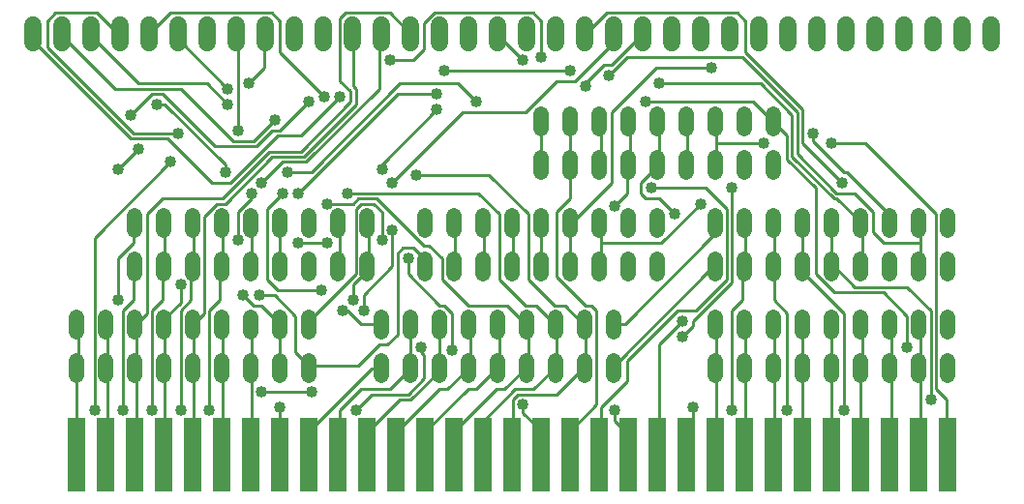
<source format=gtl>
G75*
%MOIN*%
%OFA0B0*%
%FSLAX24Y24*%
%IPPOS*%
%LPD*%
%AMOC8*
5,1,8,0,0,1.08239X$1,22.5*
%
%ADD10R,0.0600X0.2550*%
%ADD11C,0.0520*%
%ADD12C,0.0600*%
%ADD13C,0.0100*%
%ADD14C,0.0400*%
D10*
X002180Y001940D03*
X003180Y001940D03*
X004180Y001940D03*
X005180Y001940D03*
X006180Y001940D03*
X007180Y001940D03*
X008180Y001940D03*
X009180Y001940D03*
X010180Y001940D03*
X011180Y001940D03*
X012180Y001940D03*
X013180Y001940D03*
X014180Y001940D03*
X015180Y001940D03*
X016180Y001940D03*
X017180Y001940D03*
X018180Y001940D03*
X019180Y001940D03*
X020180Y001940D03*
X021180Y001940D03*
X022180Y001940D03*
X023180Y001940D03*
X024180Y001940D03*
X025180Y001940D03*
X026180Y001940D03*
X027180Y001940D03*
X028180Y001940D03*
X029180Y001940D03*
X030180Y001940D03*
X031180Y001940D03*
X032180Y001940D03*
D11*
X032180Y004680D02*
X032180Y005200D01*
X031180Y005200D02*
X031180Y004680D01*
X030180Y004680D02*
X030180Y005200D01*
X029180Y005200D02*
X029180Y004680D01*
X028180Y004680D02*
X028180Y005200D01*
X027180Y005200D02*
X027180Y004680D01*
X026180Y004680D02*
X026180Y005200D01*
X025180Y005200D02*
X025180Y004680D01*
X024180Y004680D02*
X024180Y005200D01*
X024180Y006180D02*
X024180Y006700D01*
X025180Y006700D02*
X025180Y006180D01*
X026180Y006180D02*
X026180Y006700D01*
X027180Y006700D02*
X027180Y006180D01*
X028180Y006180D02*
X028180Y006700D01*
X029180Y006700D02*
X029180Y006180D01*
X030180Y006180D02*
X030180Y006700D01*
X031180Y006700D02*
X031180Y006180D01*
X032180Y006180D02*
X032180Y006700D01*
X032180Y008180D02*
X032180Y008700D01*
X031180Y008700D02*
X031180Y008180D01*
X030180Y008180D02*
X030180Y008700D01*
X029180Y008700D02*
X029180Y008180D01*
X028180Y008180D02*
X028180Y008700D01*
X027180Y008700D02*
X027180Y008180D01*
X026180Y008180D02*
X026180Y008700D01*
X025180Y008700D02*
X025180Y008180D01*
X024180Y008180D02*
X024180Y008700D01*
X024180Y009680D02*
X024180Y010200D01*
X025180Y010200D02*
X025180Y009680D01*
X026180Y009680D02*
X026180Y010200D01*
X027180Y010200D02*
X027180Y009680D01*
X028180Y009680D02*
X028180Y010200D01*
X029180Y010200D02*
X029180Y009680D01*
X030180Y009680D02*
X030180Y010200D01*
X031180Y010200D02*
X031180Y009680D01*
X032180Y009680D02*
X032180Y010200D01*
X026180Y011680D02*
X026180Y012200D01*
X025180Y012200D02*
X025180Y011680D01*
X024180Y011680D02*
X024180Y012200D01*
X023180Y012200D02*
X023180Y011680D01*
X022180Y011680D02*
X022180Y012200D01*
X021180Y012200D02*
X021180Y011680D01*
X020180Y011680D02*
X020180Y012200D01*
X019180Y012200D02*
X019180Y011680D01*
X018180Y011680D02*
X018180Y012200D01*
X018180Y013180D02*
X018180Y013700D01*
X019180Y013700D02*
X019180Y013180D01*
X020180Y013180D02*
X020180Y013700D01*
X021180Y013700D02*
X021180Y013180D01*
X022180Y013180D02*
X022180Y013700D01*
X023180Y013700D02*
X023180Y013180D01*
X024180Y013180D02*
X024180Y013700D01*
X025180Y013700D02*
X025180Y013180D01*
X026180Y013180D02*
X026180Y013700D01*
X022180Y010200D02*
X022180Y009680D01*
X021180Y009680D02*
X021180Y010200D01*
X020180Y010200D02*
X020180Y009680D01*
X019180Y009680D02*
X019180Y010200D01*
X018180Y010200D02*
X018180Y009680D01*
X017180Y009680D02*
X017180Y010200D01*
X016180Y010200D02*
X016180Y009680D01*
X015180Y009680D02*
X015180Y010200D01*
X014180Y010200D02*
X014180Y009680D01*
X014180Y008700D02*
X014180Y008180D01*
X015180Y008180D02*
X015180Y008700D01*
X016180Y008700D02*
X016180Y008180D01*
X017180Y008180D02*
X017180Y008700D01*
X018180Y008700D02*
X018180Y008180D01*
X019180Y008180D02*
X019180Y008700D01*
X020180Y008700D02*
X020180Y008180D01*
X021180Y008180D02*
X021180Y008700D01*
X022180Y008700D02*
X022180Y008180D01*
X020680Y006700D02*
X020680Y006180D01*
X019680Y006180D02*
X019680Y006700D01*
X018680Y006700D02*
X018680Y006180D01*
X017680Y006180D02*
X017680Y006700D01*
X016680Y006700D02*
X016680Y006180D01*
X015680Y006180D02*
X015680Y006700D01*
X014680Y006700D02*
X014680Y006180D01*
X013680Y006180D02*
X013680Y006700D01*
X012680Y006700D02*
X012680Y006180D01*
X012680Y005200D02*
X012680Y004680D01*
X013680Y004680D02*
X013680Y005200D01*
X014680Y005200D02*
X014680Y004680D01*
X015680Y004680D02*
X015680Y005200D01*
X016680Y005200D02*
X016680Y004680D01*
X017680Y004680D02*
X017680Y005200D01*
X018680Y005200D02*
X018680Y004680D01*
X019680Y004680D02*
X019680Y005200D01*
X020680Y005200D02*
X020680Y004680D01*
X012180Y008180D02*
X012180Y008700D01*
X011180Y008700D02*
X011180Y008180D01*
X010180Y008180D02*
X010180Y008700D01*
X009180Y008700D02*
X009180Y008180D01*
X008180Y008180D02*
X008180Y008700D01*
X007180Y008700D02*
X007180Y008180D01*
X006180Y008180D02*
X006180Y008700D01*
X005180Y008700D02*
X005180Y008180D01*
X004180Y008180D02*
X004180Y008700D01*
X004180Y009680D02*
X004180Y010200D01*
X005180Y010200D02*
X005180Y009680D01*
X006180Y009680D02*
X006180Y010200D01*
X007180Y010200D02*
X007180Y009680D01*
X008180Y009680D02*
X008180Y010200D01*
X009180Y010200D02*
X009180Y009680D01*
X010180Y009680D02*
X010180Y010200D01*
X011180Y010200D02*
X011180Y009680D01*
X012180Y009680D02*
X012180Y010200D01*
X010180Y006700D02*
X010180Y006180D01*
X009180Y006180D02*
X009180Y006700D01*
X008180Y006700D02*
X008180Y006180D01*
X007180Y006180D02*
X007180Y006700D01*
X006180Y006700D02*
X006180Y006180D01*
X005180Y006180D02*
X005180Y006700D01*
X004180Y006700D02*
X004180Y006180D01*
X003180Y006180D02*
X003180Y006700D01*
X002180Y006700D02*
X002180Y006180D01*
X002180Y005200D02*
X002180Y004680D01*
X003180Y004680D02*
X003180Y005200D01*
X004180Y005200D02*
X004180Y004680D01*
X005180Y004680D02*
X005180Y005200D01*
X006180Y005200D02*
X006180Y004680D01*
X007180Y004680D02*
X007180Y005200D01*
X008180Y005200D02*
X008180Y004680D01*
X009180Y004680D02*
X009180Y005200D01*
X010180Y005200D02*
X010180Y004680D01*
D12*
X009680Y016140D02*
X009680Y016740D01*
X008680Y016740D02*
X008680Y016140D01*
X007680Y016140D02*
X007680Y016740D01*
X006680Y016740D02*
X006680Y016140D01*
X005680Y016140D02*
X005680Y016740D01*
X004680Y016740D02*
X004680Y016140D01*
X003680Y016140D02*
X003680Y016740D01*
X002680Y016740D02*
X002680Y016140D01*
X001680Y016140D02*
X001680Y016740D01*
X000680Y016740D02*
X000680Y016140D01*
X010680Y016140D02*
X010680Y016740D01*
X011680Y016740D02*
X011680Y016140D01*
X012680Y016140D02*
X012680Y016740D01*
X013680Y016740D02*
X013680Y016140D01*
X014680Y016140D02*
X014680Y016740D01*
X015680Y016740D02*
X015680Y016140D01*
X016680Y016140D02*
X016680Y016740D01*
X017680Y016740D02*
X017680Y016140D01*
X018680Y016140D02*
X018680Y016740D01*
X019680Y016740D02*
X019680Y016140D01*
X020680Y016140D02*
X020680Y016740D01*
X021680Y016740D02*
X021680Y016140D01*
X022680Y016140D02*
X022680Y016740D01*
X023680Y016740D02*
X023680Y016140D01*
X024680Y016140D02*
X024680Y016740D01*
X025680Y016740D02*
X025680Y016140D01*
X026680Y016140D02*
X026680Y016740D01*
X027680Y016740D02*
X027680Y016140D01*
X028680Y016140D02*
X028680Y016740D01*
X029680Y016740D02*
X029680Y016140D01*
X030680Y016140D02*
X030680Y016740D01*
X031680Y016740D02*
X031680Y016140D01*
X032680Y016140D02*
X032680Y016740D01*
X033680Y016740D02*
X033680Y016140D01*
D13*
X002180Y001940D02*
X002160Y001960D01*
X002160Y004930D01*
X002180Y004940D01*
X002250Y005020D01*
X002250Y006370D01*
X002180Y006440D01*
X003180Y006440D02*
X003240Y006370D01*
X003240Y005020D01*
X003180Y004940D01*
X003240Y004930D01*
X003240Y001960D01*
X003180Y001940D01*
X004180Y001940D02*
X004230Y001960D01*
X004230Y004930D01*
X004180Y004940D01*
X004230Y005020D01*
X004230Y006370D01*
X004180Y006440D01*
X004230Y006460D01*
X004590Y006820D01*
X004590Y010240D01*
X005130Y010780D01*
X007200Y010780D01*
X008820Y012400D01*
X009900Y012400D01*
X011610Y014110D01*
X011610Y014470D01*
X011250Y014830D01*
X011250Y016990D01*
X011430Y017170D01*
X012960Y017170D01*
X013680Y016450D01*
X013680Y016440D01*
X014130Y016810D02*
X014130Y015910D01*
X013770Y015550D01*
X012960Y015550D01*
X012600Y016360D02*
X012680Y016440D01*
X012600Y016360D02*
X012600Y014560D01*
X010080Y012040D01*
X009270Y012040D01*
X008550Y011320D01*
X008190Y010960D02*
X008190Y010780D01*
X007740Y010330D01*
X007740Y009340D01*
X008190Y009880D02*
X008180Y009940D01*
X008190Y009880D02*
X008190Y008440D01*
X008180Y008440D01*
X008730Y007990D02*
X009090Y007630D01*
X010620Y007630D01*
X010260Y006640D02*
X011790Y008170D01*
X011790Y010420D01*
X011970Y010600D01*
X012420Y010600D01*
X012690Y010330D01*
X012690Y009340D01*
X013050Y009700D02*
X013050Y008440D01*
X012060Y007450D01*
X012060Y006910D01*
X011970Y006460D02*
X011520Y006910D01*
X011340Y006910D01*
X011700Y007270D02*
X011700Y007810D01*
X012150Y008260D01*
X012150Y008440D01*
X012180Y008440D01*
X012240Y008440D01*
X012240Y009880D01*
X012180Y009940D01*
X011250Y009880D02*
X011180Y009940D01*
X011250Y009880D02*
X011250Y008440D01*
X011180Y008440D01*
X010800Y009250D02*
X009810Y009250D01*
X009180Y009940D02*
X009180Y008440D01*
X008730Y007990D02*
X008730Y010420D01*
X009270Y010960D01*
X009810Y010960D02*
X013230Y014380D01*
X014580Y014380D01*
X015300Y014740D02*
X015930Y014110D01*
X015480Y013750D02*
X017640Y013750D01*
X018720Y014830D01*
X019350Y014830D01*
X020610Y016090D01*
X020610Y016360D01*
X020680Y016440D01*
X020430Y017170D02*
X019710Y016450D01*
X019680Y016440D01*
X020430Y017170D02*
X024930Y017170D01*
X025200Y016900D01*
X025200Y015820D01*
X027180Y013840D01*
X027180Y012670D01*
X028530Y011320D01*
X028620Y011680D02*
X028710Y011680D01*
X030150Y010240D01*
X030150Y009970D01*
X030180Y009940D01*
X029610Y009610D02*
X029610Y010330D01*
X028980Y010960D01*
X028350Y010960D01*
X027000Y012310D01*
X027000Y013750D01*
X025110Y015640D01*
X021150Y015640D01*
X020520Y015010D01*
X020610Y015370D02*
X020340Y015370D01*
X019710Y014740D01*
X019710Y014650D01*
X019170Y015190D02*
X014850Y015190D01*
X015300Y014740D02*
X013320Y014740D01*
X010260Y011680D01*
X009450Y011680D01*
X008910Y012220D02*
X007290Y010600D01*
X007020Y010600D01*
X006570Y010150D01*
X006570Y006820D01*
X006210Y006460D01*
X006180Y006440D01*
X006210Y006370D01*
X006210Y005020D01*
X006180Y004940D01*
X006210Y004930D01*
X006210Y001960D01*
X006180Y001940D01*
X005220Y001960D02*
X005180Y001940D01*
X005220Y001960D02*
X005220Y004930D01*
X005180Y004940D01*
X005220Y005020D01*
X005220Y006370D01*
X005180Y006440D01*
X005220Y006460D01*
X005220Y006640D01*
X005760Y007180D01*
X005760Y007810D01*
X006120Y007270D02*
X005760Y006910D01*
X005760Y003490D01*
X004770Y003490D02*
X004770Y006910D01*
X005130Y007270D01*
X005130Y008440D01*
X005180Y008440D01*
X005220Y008440D01*
X005220Y009880D01*
X005180Y009940D01*
X004180Y009940D02*
X004140Y009880D01*
X004140Y009250D01*
X003600Y008710D01*
X003600Y007270D01*
X003780Y006910D02*
X004140Y007270D01*
X004140Y008440D01*
X004180Y008440D01*
X002790Y009430D02*
X002790Y003490D01*
X003780Y003490D02*
X003780Y006910D01*
X006120Y007270D02*
X006120Y008440D01*
X006180Y008440D01*
X006210Y008440D01*
X006210Y009880D01*
X006180Y009940D01*
X007180Y009940D02*
X007200Y009880D01*
X007200Y008440D01*
X007180Y008440D01*
X007110Y008440D01*
X007110Y007270D01*
X006750Y006910D01*
X006750Y003490D01*
X008550Y004120D02*
X010260Y004120D01*
X009180Y003580D02*
X009180Y001940D01*
X008190Y001960D02*
X008180Y001940D01*
X008190Y001960D02*
X008190Y004930D01*
X008180Y004940D01*
X008190Y005020D01*
X008190Y006370D01*
X008180Y006440D01*
X008550Y007090D02*
X009180Y006460D01*
X009180Y006440D01*
X009180Y004940D01*
X009720Y005470D02*
X010170Y005020D01*
X010180Y004940D01*
X010260Y005020D01*
X011880Y005020D01*
X012600Y005740D01*
X012870Y005740D01*
X013230Y006100D01*
X013230Y008890D01*
X013410Y009070D01*
X013770Y009070D01*
X014130Y008710D01*
X014130Y008440D01*
X014180Y008440D01*
X014760Y008710D02*
X014760Y007990D01*
X015660Y007090D01*
X017010Y007090D01*
X017640Y006460D01*
X017680Y006440D01*
X017730Y006370D01*
X017730Y005020D01*
X017680Y004940D01*
X017640Y004930D01*
X016920Y004210D01*
X016650Y004210D01*
X015210Y002770D01*
X015210Y001960D01*
X015180Y001940D01*
X014220Y001960D02*
X014180Y001940D01*
X014220Y001960D02*
X014220Y002770D01*
X015660Y004210D01*
X015930Y004210D01*
X016650Y004930D01*
X016680Y004940D01*
X016740Y005020D01*
X016740Y006370D01*
X016680Y006440D01*
X015750Y006370D02*
X015680Y006440D01*
X015750Y006370D02*
X015750Y005020D01*
X015680Y004940D01*
X015660Y004930D01*
X014940Y004210D01*
X014670Y004210D01*
X013230Y002770D01*
X013230Y001960D01*
X013180Y001940D01*
X012240Y001960D02*
X012180Y001940D01*
X012240Y001960D02*
X012240Y002770D01*
X013320Y003850D01*
X013680Y003850D01*
X014760Y004930D01*
X014680Y004940D01*
X014670Y005020D01*
X014670Y006370D01*
X014680Y006440D01*
X015120Y006820D02*
X015120Y005560D01*
X014130Y005380D02*
X014130Y004570D01*
X013590Y004030D01*
X012330Y004030D01*
X011790Y003490D01*
X011250Y003490D02*
X011970Y004210D01*
X012960Y004210D01*
X013680Y004930D01*
X013680Y004940D01*
X013680Y006440D01*
X012680Y006440D02*
X012600Y006460D01*
X011970Y006460D01*
X010260Y006460D02*
X010180Y006440D01*
X010260Y006460D02*
X010260Y006640D01*
X009720Y006730D02*
X009720Y005470D01*
X009720Y006730D02*
X009000Y007450D01*
X008460Y007450D01*
X008550Y007090D02*
X008280Y007090D01*
X007920Y007450D01*
X007180Y006440D02*
X007200Y006370D01*
X007200Y005020D01*
X007180Y004940D01*
X007200Y004930D01*
X007200Y001960D01*
X007180Y001940D01*
X010180Y001940D02*
X010260Y001960D01*
X010260Y002860D01*
X012330Y004930D01*
X012600Y004930D01*
X012680Y004940D01*
X014040Y005470D02*
X014040Y005650D01*
X014040Y005470D02*
X014130Y005380D01*
X015120Y006820D02*
X014850Y007090D01*
X014670Y007090D01*
X013590Y008170D01*
X013590Y008710D01*
X014130Y009160D02*
X014310Y009160D01*
X014760Y008710D01*
X015180Y008440D02*
X015210Y008440D01*
X015210Y009880D01*
X015180Y009940D01*
X016180Y009940D02*
X016200Y009880D01*
X016200Y008440D01*
X016180Y008440D01*
X016740Y007990D02*
X017640Y007090D01*
X018000Y007090D01*
X018630Y006460D01*
X018680Y006440D01*
X018720Y006370D01*
X018720Y005020D01*
X018680Y004940D01*
X018630Y004930D01*
X017910Y004210D01*
X017280Y004210D01*
X016200Y003130D01*
X016200Y001960D01*
X016180Y001940D01*
X017180Y001940D02*
X017190Y001960D01*
X017190Y003850D01*
X017370Y004030D01*
X018720Y004030D01*
X019620Y004930D01*
X019680Y004940D01*
X019710Y005020D01*
X019710Y006370D01*
X019680Y006440D01*
X019620Y006460D01*
X018990Y007090D01*
X018630Y007090D01*
X017730Y007990D01*
X017730Y010240D01*
X016380Y011590D01*
X013860Y011590D01*
X013050Y011320D02*
X015480Y013750D01*
X014580Y013840D02*
X012690Y011950D01*
X012690Y011770D01*
X011520Y010960D02*
X016020Y010960D01*
X016740Y010240D01*
X016740Y007990D01*
X017180Y008440D02*
X017190Y008440D01*
X017190Y009880D01*
X017180Y009940D01*
X018180Y009940D02*
X018180Y008440D01*
X018720Y008080D02*
X019710Y007090D01*
X019890Y007090D01*
X020070Y006910D01*
X020070Y003670D01*
X019260Y002860D01*
X019260Y001960D01*
X019180Y001940D01*
X020180Y001940D02*
X020250Y001960D01*
X020250Y003580D01*
X021150Y004480D01*
X021150Y005200D01*
X022860Y006910D01*
X023490Y006910D01*
X024570Y007990D01*
X024570Y010420D01*
X023850Y011140D01*
X021960Y011140D01*
X021600Y011320D02*
X021600Y010960D01*
X021780Y010780D01*
X022230Y010780D01*
X022770Y010240D01*
X023670Y010600D02*
X022320Y009250D01*
X020250Y009250D01*
X020250Y008440D01*
X020180Y008440D01*
X019180Y008440D02*
X019170Y008440D01*
X019170Y009880D01*
X019180Y009940D01*
X019260Y009970D01*
X020610Y011320D01*
X020610Y013750D01*
X022140Y015280D01*
X024030Y015280D01*
X025740Y014740D02*
X022230Y014740D01*
X021780Y014110D02*
X025470Y014110D01*
X026100Y013480D01*
X026180Y013440D01*
X026190Y013390D01*
X026640Y012940D01*
X026640Y012130D01*
X027630Y011140D01*
X027630Y008170D01*
X028260Y007540D01*
X029970Y007540D01*
X030780Y006730D01*
X030780Y005650D01*
X031230Y005020D02*
X031180Y004940D01*
X031230Y004930D01*
X031230Y001960D01*
X031180Y001940D01*
X030240Y001960D02*
X030180Y001940D01*
X030240Y001960D02*
X030240Y004930D01*
X030180Y004940D01*
X030240Y005020D01*
X030240Y006370D01*
X030180Y006440D01*
X029250Y006370D02*
X029180Y006440D01*
X029250Y006370D02*
X029250Y005020D01*
X029180Y004940D01*
X029160Y004930D01*
X029160Y001960D01*
X029180Y001940D01*
X028180Y001940D02*
X028170Y001960D01*
X028170Y004930D01*
X028180Y004940D01*
X028170Y005020D01*
X028170Y006370D01*
X028180Y006440D01*
X028620Y006820D02*
X028620Y003490D01*
X026640Y003490D02*
X026640Y006820D01*
X026190Y007270D01*
X026190Y008440D01*
X026180Y008440D01*
X026190Y008440D02*
X026190Y009880D01*
X026180Y009940D01*
X027180Y009940D02*
X027180Y008440D01*
X027180Y008260D01*
X028620Y006820D01*
X028980Y007720D02*
X028260Y008440D01*
X028180Y008440D01*
X028170Y008440D01*
X028170Y009880D01*
X028180Y009940D01*
X028350Y010780D02*
X029160Y009970D01*
X029180Y009940D01*
X029250Y009880D01*
X029250Y008440D01*
X029180Y008440D01*
X028980Y007720D02*
X030780Y007720D01*
X031590Y006910D01*
X031590Y003850D01*
X031770Y004210D02*
X032130Y003850D01*
X032130Y001960D01*
X032180Y001940D01*
X031770Y004210D02*
X031770Y010240D01*
X029340Y012670D01*
X028170Y012670D01*
X027540Y012760D02*
X028620Y011680D01*
X028350Y010780D02*
X028260Y010780D01*
X026820Y012220D01*
X026820Y013660D01*
X025740Y014740D01*
X024180Y013440D02*
X024210Y013390D01*
X024210Y012670D01*
X025830Y012670D01*
X024210Y012670D02*
X024210Y011950D01*
X024180Y011940D01*
X023220Y011950D02*
X023180Y011940D01*
X023220Y011950D02*
X023220Y013390D01*
X023180Y013440D01*
X022230Y013390D02*
X022180Y013440D01*
X022230Y013390D02*
X022230Y011950D01*
X022180Y011940D01*
X022140Y011860D01*
X021600Y011320D01*
X021150Y010960D02*
X020700Y010510D01*
X021150Y010960D02*
X021150Y011860D01*
X021180Y011940D01*
X021240Y011950D01*
X021240Y013390D01*
X021180Y013440D01*
X020250Y013390D02*
X020180Y013440D01*
X020250Y013390D02*
X020250Y011950D01*
X020180Y011940D01*
X019180Y011940D02*
X019170Y011860D01*
X019170Y010780D01*
X018720Y010330D01*
X018720Y008080D01*
X020250Y009250D02*
X020250Y009880D01*
X020180Y009940D01*
X019180Y011940D02*
X019170Y011950D01*
X019170Y013390D01*
X019180Y013440D01*
X018180Y013440D02*
X018180Y011940D01*
X014130Y009160D02*
X012510Y010780D01*
X011880Y010780D01*
X011700Y010600D01*
X010800Y010600D01*
X009990Y012220D02*
X008910Y012220D01*
X008370Y012580D02*
X006930Y012580D01*
X005130Y014380D01*
X004770Y014380D01*
X004050Y013660D01*
X004950Y014020D02*
X005220Y014020D01*
X007290Y011950D01*
X007290Y011680D01*
X007470Y011320D02*
X006840Y011320D01*
X005310Y012850D01*
X004050Y012850D01*
X000720Y016180D01*
X000720Y016360D01*
X000680Y016440D01*
X001170Y016000D02*
X001170Y016900D01*
X001440Y017170D01*
X002880Y017170D01*
X003600Y016450D01*
X003680Y016440D01*
X002700Y016360D02*
X002680Y016440D01*
X002700Y016360D02*
X004320Y014740D01*
X006660Y014740D01*
X007380Y014020D01*
X007380Y014560D02*
X005760Y016180D01*
X005760Y016360D01*
X005680Y016440D01*
X005400Y017170D02*
X004680Y016450D01*
X004680Y016440D01*
X005400Y017170D02*
X008910Y017170D01*
X009180Y016900D01*
X009180Y015820D01*
X010710Y014290D01*
X010170Y014110D02*
X009180Y013120D01*
X008910Y013120D01*
X008370Y012580D01*
X008280Y012760D02*
X009000Y013480D01*
X009090Y012940D02*
X009900Y012940D01*
X011250Y014290D01*
X011700Y014650D02*
X011790Y014560D01*
X011790Y014020D01*
X009990Y012220D01*
X009090Y012940D02*
X007470Y011320D01*
X005400Y012040D02*
X002790Y009430D01*
X003600Y011770D02*
X004320Y012490D01*
X004140Y013030D02*
X005670Y013030D01*
X004140Y013030D02*
X001170Y016000D01*
X001710Y016360D02*
X001680Y016440D01*
X001710Y016360D02*
X003510Y014560D01*
X005760Y014560D01*
X007560Y012760D01*
X008280Y012760D01*
X007740Y013120D02*
X007740Y016360D01*
X007680Y016440D01*
X008640Y016360D02*
X008680Y016440D01*
X008640Y016360D02*
X008640Y015280D01*
X008100Y014740D01*
X011700Y014650D02*
X011700Y016360D01*
X011680Y016440D01*
X014130Y016810D02*
X014490Y017170D01*
X017910Y017170D01*
X018180Y016900D01*
X018180Y015640D01*
X017550Y015550D02*
X016740Y016360D01*
X016680Y016440D01*
X020610Y015370D02*
X021680Y016440D01*
X027540Y013030D02*
X027540Y012760D01*
X024750Y011140D02*
X024750Y007900D01*
X023400Y006550D01*
X023400Y006370D01*
X023040Y006010D01*
X023040Y006550D02*
X022230Y005740D01*
X022230Y001960D01*
X022180Y001940D01*
X021180Y001940D02*
X021150Y001960D01*
X021150Y002680D01*
X020700Y003130D01*
X020700Y003490D01*
X018180Y002770D02*
X018180Y001940D01*
X018180Y002770D02*
X017550Y003400D01*
X017550Y003670D01*
X020680Y004940D02*
X020700Y005020D01*
X024120Y008440D01*
X024180Y008440D01*
X025110Y008440D02*
X025180Y008440D01*
X025200Y008440D01*
X025200Y009880D01*
X025180Y009940D01*
X024180Y009940D02*
X024120Y009880D01*
X024120Y009520D01*
X021060Y006460D01*
X020700Y006460D01*
X020680Y006440D01*
X024180Y006440D02*
X024210Y006370D01*
X024210Y005020D01*
X024180Y004940D01*
X024210Y004930D01*
X024210Y001960D01*
X024180Y001940D01*
X023400Y002140D02*
X023220Y001960D01*
X023180Y001940D01*
X023400Y002140D02*
X023400Y003580D01*
X024750Y003490D02*
X024750Y006910D01*
X025110Y007270D01*
X025110Y008440D01*
X025180Y006440D02*
X025200Y006370D01*
X025200Y005020D01*
X025180Y004940D01*
X025200Y004930D01*
X025200Y001960D01*
X025180Y001940D01*
X026180Y001940D02*
X026190Y001960D01*
X026190Y004930D01*
X026180Y004940D01*
X026190Y005020D01*
X026190Y006370D01*
X026180Y006440D01*
X027180Y006440D02*
X027180Y004940D01*
X027180Y001940D01*
X031230Y005020D02*
X031230Y006370D01*
X031180Y006440D01*
X031230Y008440D02*
X031180Y008440D01*
X031230Y008440D02*
X031230Y009250D01*
X029970Y009250D01*
X029610Y009610D01*
X031180Y009940D02*
X031230Y009880D01*
X031230Y009250D01*
X011250Y003490D02*
X011250Y001960D01*
X011180Y001940D01*
D14*
X011790Y003490D03*
X010260Y004120D03*
X009180Y003580D03*
X008550Y004120D03*
X006750Y003490D03*
X005760Y003490D03*
X004770Y003490D03*
X003780Y003490D03*
X002790Y003490D03*
X003600Y007270D03*
X005760Y007810D03*
X007920Y007450D03*
X008460Y007450D03*
X010620Y007630D03*
X011700Y007270D03*
X011340Y006910D03*
X012060Y006910D03*
X014040Y005650D03*
X015120Y005560D03*
X017550Y003670D03*
X020700Y003490D03*
X023400Y003580D03*
X024750Y003490D03*
X026640Y003490D03*
X028620Y003490D03*
X031590Y003850D03*
X030780Y005650D03*
X023040Y006010D03*
X023040Y006550D03*
X022770Y010240D03*
X023670Y010600D03*
X024750Y011140D03*
X025830Y012670D03*
X027540Y013030D03*
X028170Y012670D03*
X028530Y011320D03*
X021960Y011140D03*
X020700Y010510D03*
X014580Y013840D03*
X014580Y014380D03*
X015930Y014110D03*
X014850Y015190D03*
X012960Y015550D03*
X011250Y014290D03*
X010710Y014290D03*
X010170Y014110D03*
X009000Y013480D03*
X007740Y013120D03*
X007380Y014020D03*
X007380Y014560D03*
X008100Y014740D03*
X004950Y014020D03*
X004050Y013660D03*
X005670Y013030D03*
X004320Y012490D03*
X005400Y012040D03*
X003600Y011770D03*
X007290Y011680D03*
X008190Y010960D03*
X008550Y011320D03*
X009270Y010960D03*
X009810Y010960D03*
X010800Y010600D03*
X011520Y010960D03*
X012690Y011770D03*
X013050Y011320D03*
X013860Y011590D03*
X013050Y009700D03*
X012690Y009340D03*
X013590Y008710D03*
X010800Y009250D03*
X009810Y009250D03*
X007740Y009340D03*
X009450Y011680D03*
X017550Y015550D03*
X018180Y015640D03*
X019170Y015190D03*
X019710Y014650D03*
X020520Y015010D03*
X021780Y014110D03*
X022230Y014740D03*
X024030Y015280D03*
M02*

</source>
